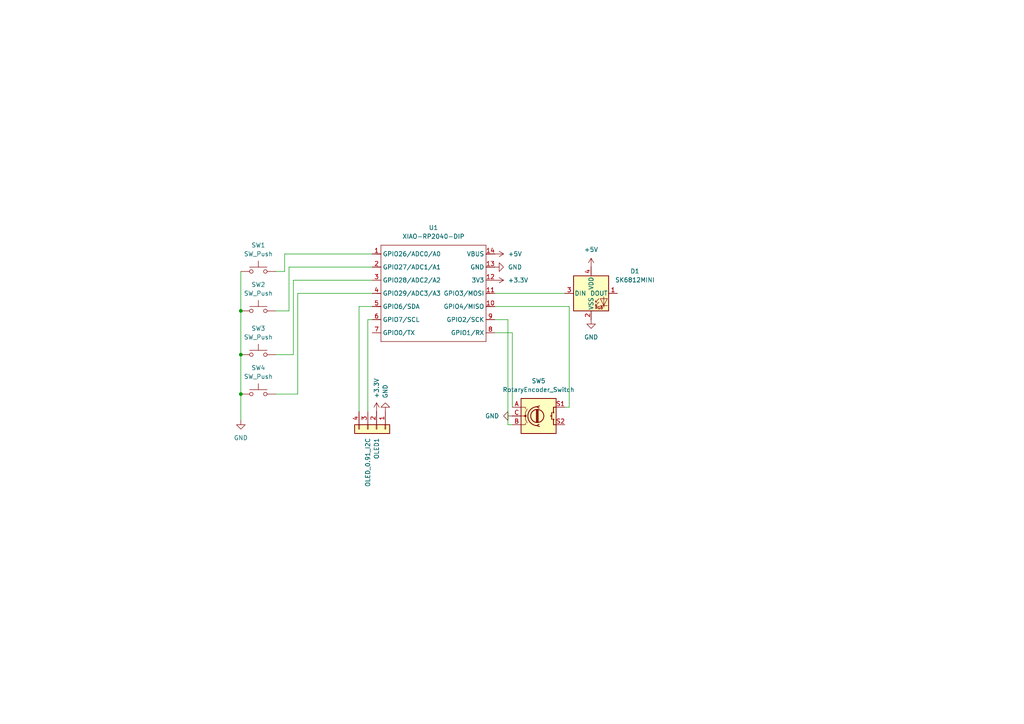
<source format=kicad_sch>
(kicad_sch
	(version 20250114)
	(generator "eeschema")
	(generator_version "9.0")
	(uuid "d63dc19d-7c6d-47cc-8af2-0a3b7af0ccbf")
	(paper "A4")
	(lib_symbols
		(symbol "Connector_Generic:Conn_01x04"
			(pin_names
				(offset 1.016)
				(hide yes)
			)
			(exclude_from_sim no)
			(in_bom yes)
			(on_board yes)
			(property "Reference" "OLED1"
				(at 2.54 0.0001 0)
				(effects
					(font
						(size 1.27 1.27)
					)
					(justify left)
				)
			)
			(property "Value" "OLED_0.91_I2C"
				(at 2.54 -2.5399 0)
				(effects
					(font
						(size 1.27 1.27)
					)
					(justify left)
				)
			)
			(property "Footprint" ""
				(at 0 0 0)
				(effects
					(font
						(size 1.27 1.27)
					)
					(hide yes)
				)
			)
			(property "Datasheet" "~"
				(at 0 0 0)
				(effects
					(font
						(size 1.27 1.27)
					)
					(hide yes)
				)
			)
			(property "Description" "Generic connector, single row, 01x04, script generated (kicad-library-utils/schlib/autogen/connector/)"
				(at 0 0 0)
				(effects
					(font
						(size 1.27 1.27)
					)
					(hide yes)
				)
			)
			(property "ki_keywords" "connector"
				(at 0 0 0)
				(effects
					(font
						(size 1.27 1.27)
					)
					(hide yes)
				)
			)
			(property "ki_fp_filters" "Connector*:*_1x??_*"
				(at 0 0 0)
				(effects
					(font
						(size 1.27 1.27)
					)
					(hide yes)
				)
			)
			(symbol "Conn_01x04_1_1"
				(rectangle
					(start -1.27 3.81)
					(end 1.27 -6.35)
					(stroke
						(width 0.254)
						(type default)
					)
					(fill
						(type background)
					)
				)
				(rectangle
					(start -1.27 2.667)
					(end 0 2.413)
					(stroke
						(width 0.1524)
						(type default)
					)
					(fill
						(type none)
					)
				)
				(rectangle
					(start -1.27 0.127)
					(end 0 -0.127)
					(stroke
						(width 0.1524)
						(type default)
					)
					(fill
						(type none)
					)
				)
				(rectangle
					(start -1.27 -2.413)
					(end 0 -2.667)
					(stroke
						(width 0.1524)
						(type default)
					)
					(fill
						(type none)
					)
				)
				(rectangle
					(start -1.27 -4.953)
					(end 0 -5.207)
					(stroke
						(width 0.1524)
						(type default)
					)
					(fill
						(type none)
					)
				)
				(pin passive line
					(at -5.08 2.54 0)
					(length 3.81)
					(name "GND"
						(effects
							(font
								(size 1.27 1.27)
							)
						)
					)
					(number "1"
						(effects
							(font
								(size 1.27 1.27)
							)
						)
					)
				)
				(pin passive line
					(at -5.08 0 0)
					(length 3.81)
					(name "VCC"
						(effects
							(font
								(size 1.27 1.27)
							)
						)
					)
					(number "2"
						(effects
							(font
								(size 1.27 1.27)
							)
						)
					)
				)
				(pin passive line
					(at -5.08 -2.54 0)
					(length 3.81)
					(name "SCL"
						(effects
							(font
								(size 1.27 1.27)
							)
						)
					)
					(number "3"
						(effects
							(font
								(size 1.27 1.27)
							)
						)
					)
				)
				(pin passive line
					(at -5.08 -5.08 0)
					(length 3.81)
					(name "SDA"
						(effects
							(font
								(size 1.27 1.27)
							)
						)
					)
					(number "4"
						(effects
							(font
								(size 1.27 1.27)
							)
						)
					)
				)
			)
			(embedded_fonts no)
		)
		(symbol "Device:RotaryEncoder_Switch"
			(pin_names
				(offset 0.254)
				(hide yes)
			)
			(exclude_from_sim no)
			(in_bom yes)
			(on_board yes)
			(property "Reference" "SW"
				(at 0 6.604 0)
				(effects
					(font
						(size 1.27 1.27)
					)
				)
			)
			(property "Value" "RotaryEncoder_Switch"
				(at 0 -6.604 0)
				(effects
					(font
						(size 1.27 1.27)
					)
				)
			)
			(property "Footprint" ""
				(at -3.81 4.064 0)
				(effects
					(font
						(size 1.27 1.27)
					)
					(hide yes)
				)
			)
			(property "Datasheet" "~"
				(at 0 6.604 0)
				(effects
					(font
						(size 1.27 1.27)
					)
					(hide yes)
				)
			)
			(property "Description" "Rotary encoder, dual channel, incremental quadrate outputs, with switch"
				(at 0 0 0)
				(effects
					(font
						(size 1.27 1.27)
					)
					(hide yes)
				)
			)
			(property "ki_keywords" "rotary switch encoder switch push button"
				(at 0 0 0)
				(effects
					(font
						(size 1.27 1.27)
					)
					(hide yes)
				)
			)
			(property "ki_fp_filters" "RotaryEncoder*Switch*"
				(at 0 0 0)
				(effects
					(font
						(size 1.27 1.27)
					)
					(hide yes)
				)
			)
			(symbol "RotaryEncoder_Switch_0_1"
				(rectangle
					(start -5.08 5.08)
					(end 5.08 -5.08)
					(stroke
						(width 0.254)
						(type default)
					)
					(fill
						(type background)
					)
				)
				(polyline
					(pts
						(xy -5.08 2.54) (xy -3.81 2.54) (xy -3.81 2.032)
					)
					(stroke
						(width 0)
						(type default)
					)
					(fill
						(type none)
					)
				)
				(polyline
					(pts
						(xy -5.08 0) (xy -3.81 0) (xy -3.81 -1.016) (xy -3.302 -2.032)
					)
					(stroke
						(width 0)
						(type default)
					)
					(fill
						(type none)
					)
				)
				(polyline
					(pts
						(xy -5.08 -2.54) (xy -3.81 -2.54) (xy -3.81 -2.032)
					)
					(stroke
						(width 0)
						(type default)
					)
					(fill
						(type none)
					)
				)
				(polyline
					(pts
						(xy -4.318 0) (xy -3.81 0) (xy -3.81 1.016) (xy -3.302 2.032)
					)
					(stroke
						(width 0)
						(type default)
					)
					(fill
						(type none)
					)
				)
				(circle
					(center -3.81 0)
					(radius 0.254)
					(stroke
						(width 0)
						(type default)
					)
					(fill
						(type outline)
					)
				)
				(polyline
					(pts
						(xy -0.635 -1.778) (xy -0.635 1.778)
					)
					(stroke
						(width 0.254)
						(type default)
					)
					(fill
						(type none)
					)
				)
				(circle
					(center -0.381 0)
					(radius 1.905)
					(stroke
						(width 0.254)
						(type default)
					)
					(fill
						(type none)
					)
				)
				(polyline
					(pts
						(xy -0.381 -1.778) (xy -0.381 1.778)
					)
					(stroke
						(width 0.254)
						(type default)
					)
					(fill
						(type none)
					)
				)
				(arc
					(start -0.381 -2.794)
					(mid -3.0988 -0.0635)
					(end -0.381 2.667)
					(stroke
						(width 0.254)
						(type default)
					)
					(fill
						(type none)
					)
				)
				(polyline
					(pts
						(xy -0.127 1.778) (xy -0.127 -1.778)
					)
					(stroke
						(width 0.254)
						(type default)
					)
					(fill
						(type none)
					)
				)
				(polyline
					(pts
						(xy 0.254 2.921) (xy -0.508 2.667) (xy 0.127 2.286)
					)
					(stroke
						(width 0.254)
						(type default)
					)
					(fill
						(type none)
					)
				)
				(polyline
					(pts
						(xy 0.254 -3.048) (xy -0.508 -2.794) (xy 0.127 -2.413)
					)
					(stroke
						(width 0.254)
						(type default)
					)
					(fill
						(type none)
					)
				)
				(polyline
					(pts
						(xy 3.81 1.016) (xy 3.81 -1.016)
					)
					(stroke
						(width 0.254)
						(type default)
					)
					(fill
						(type none)
					)
				)
				(polyline
					(pts
						(xy 3.81 0) (xy 3.429 0)
					)
					(stroke
						(width 0.254)
						(type default)
					)
					(fill
						(type none)
					)
				)
				(circle
					(center 4.318 1.016)
					(radius 0.127)
					(stroke
						(width 0.254)
						(type default)
					)
					(fill
						(type none)
					)
				)
				(circle
					(center 4.318 -1.016)
					(radius 0.127)
					(stroke
						(width 0.254)
						(type default)
					)
					(fill
						(type none)
					)
				)
				(polyline
					(pts
						(xy 5.08 2.54) (xy 4.318 2.54) (xy 4.318 1.016)
					)
					(stroke
						(width 0.254)
						(type default)
					)
					(fill
						(type none)
					)
				)
				(polyline
					(pts
						(xy 5.08 -2.54) (xy 4.318 -2.54) (xy 4.318 -1.016)
					)
					(stroke
						(width 0.254)
						(type default)
					)
					(fill
						(type none)
					)
				)
			)
			(symbol "RotaryEncoder_Switch_1_1"
				(pin passive line
					(at -7.62 2.54 0)
					(length 2.54)
					(name "A"
						(effects
							(font
								(size 1.27 1.27)
							)
						)
					)
					(number "A"
						(effects
							(font
								(size 1.27 1.27)
							)
						)
					)
				)
				(pin passive line
					(at -7.62 0 0)
					(length 2.54)
					(name "C"
						(effects
							(font
								(size 1.27 1.27)
							)
						)
					)
					(number "C"
						(effects
							(font
								(size 1.27 1.27)
							)
						)
					)
				)
				(pin passive line
					(at -7.62 -2.54 0)
					(length 2.54)
					(name "B"
						(effects
							(font
								(size 1.27 1.27)
							)
						)
					)
					(number "B"
						(effects
							(font
								(size 1.27 1.27)
							)
						)
					)
				)
				(pin passive line
					(at 7.62 2.54 180)
					(length 2.54)
					(name "S1"
						(effects
							(font
								(size 1.27 1.27)
							)
						)
					)
					(number "S1"
						(effects
							(font
								(size 1.27 1.27)
							)
						)
					)
				)
				(pin passive line
					(at 7.62 -2.54 180)
					(length 2.54)
					(name "S2"
						(effects
							(font
								(size 1.27 1.27)
							)
						)
					)
					(number "S2"
						(effects
							(font
								(size 1.27 1.27)
							)
						)
					)
				)
			)
			(embedded_fonts no)
		)
		(symbol "LED:SK6812MINI"
			(pin_names
				(offset 0.254)
			)
			(exclude_from_sim no)
			(in_bom yes)
			(on_board yes)
			(property "Reference" "D"
				(at 5.08 5.715 0)
				(effects
					(font
						(size 1.27 1.27)
					)
					(justify right bottom)
				)
			)
			(property "Value" "SK6812MINI"
				(at 1.27 -5.715 0)
				(effects
					(font
						(size 1.27 1.27)
					)
					(justify left top)
				)
			)
			(property "Footprint" "LED_SMD:LED_SK6812MINI_PLCC4_3.5x3.5mm_P1.75mm"
				(at 1.27 -7.62 0)
				(effects
					(font
						(size 1.27 1.27)
					)
					(justify left top)
					(hide yes)
				)
			)
			(property "Datasheet" "https://cdn-shop.adafruit.com/product-files/2686/SK6812MINI_REV.01-1-2.pdf"
				(at 2.54 -9.525 0)
				(effects
					(font
						(size 1.27 1.27)
					)
					(justify left top)
					(hide yes)
				)
			)
			(property "Description" "RGB LED with integrated controller"
				(at 0 0 0)
				(effects
					(font
						(size 1.27 1.27)
					)
					(hide yes)
				)
			)
			(property "ki_keywords" "RGB LED NeoPixel Mini addressable"
				(at 0 0 0)
				(effects
					(font
						(size 1.27 1.27)
					)
					(hide yes)
				)
			)
			(property "ki_fp_filters" "LED*SK6812MINI*PLCC*3.5x3.5mm*P1.75mm*"
				(at 0 0 0)
				(effects
					(font
						(size 1.27 1.27)
					)
					(hide yes)
				)
			)
			(symbol "SK6812MINI_0_0"
				(text "RGB"
					(at 2.286 -4.191 0)
					(effects
						(font
							(size 0.762 0.762)
						)
					)
				)
			)
			(symbol "SK6812MINI_0_1"
				(polyline
					(pts
						(xy 1.27 -2.54) (xy 1.778 -2.54)
					)
					(stroke
						(width 0)
						(type default)
					)
					(fill
						(type none)
					)
				)
				(polyline
					(pts
						(xy 1.27 -3.556) (xy 1.778 -3.556)
					)
					(stroke
						(width 0)
						(type default)
					)
					(fill
						(type none)
					)
				)
				(polyline
					(pts
						(xy 2.286 -1.524) (xy 1.27 -2.54) (xy 1.27 -2.032)
					)
					(stroke
						(width 0)
						(type default)
					)
					(fill
						(type none)
					)
				)
				(polyline
					(pts
						(xy 2.286 -2.54) (xy 1.27 -3.556) (xy 1.27 -3.048)
					)
					(stroke
						(width 0)
						(type default)
					)
					(fill
						(type none)
					)
				)
				(polyline
					(pts
						(xy 3.683 -1.016) (xy 3.683 -3.556) (xy 3.683 -4.064)
					)
					(stroke
						(width 0)
						(type default)
					)
					(fill
						(type none)
					)
				)
				(polyline
					(pts
						(xy 4.699 -1.524) (xy 2.667 -1.524) (xy 3.683 -3.556) (xy 4.699 -1.524)
					)
					(stroke
						(width 0)
						(type default)
					)
					(fill
						(type none)
					)
				)
				(polyline
					(pts
						(xy 4.699 -3.556) (xy 2.667 -3.556)
					)
					(stroke
						(width 0)
						(type default)
					)
					(fill
						(type none)
					)
				)
				(rectangle
					(start 5.08 5.08)
					(end -5.08 -5.08)
					(stroke
						(width 0.254)
						(type default)
					)
					(fill
						(type background)
					)
				)
			)
			(symbol "SK6812MINI_1_1"
				(pin input line
					(at -7.62 0 0)
					(length 2.54)
					(name "DIN"
						(effects
							(font
								(size 1.27 1.27)
							)
						)
					)
					(number "3"
						(effects
							(font
								(size 1.27 1.27)
							)
						)
					)
				)
				(pin power_in line
					(at 0 7.62 270)
					(length 2.54)
					(name "VDD"
						(effects
							(font
								(size 1.27 1.27)
							)
						)
					)
					(number "4"
						(effects
							(font
								(size 1.27 1.27)
							)
						)
					)
				)
				(pin power_in line
					(at 0 -7.62 90)
					(length 2.54)
					(name "VSS"
						(effects
							(font
								(size 1.27 1.27)
							)
						)
					)
					(number "2"
						(effects
							(font
								(size 1.27 1.27)
							)
						)
					)
				)
				(pin output line
					(at 7.62 0 180)
					(length 2.54)
					(name "DOUT"
						(effects
							(font
								(size 1.27 1.27)
							)
						)
					)
					(number "1"
						(effects
							(font
								(size 1.27 1.27)
							)
						)
					)
				)
			)
			(embedded_fonts no)
		)
		(symbol "Seeed_Studio_XIAO_Series:XIAO-RP2040-DIP"
			(exclude_from_sim no)
			(in_bom yes)
			(on_board yes)
			(property "Reference" "U"
				(at 0 0 0)
				(effects
					(font
						(size 1.27 1.27)
					)
				)
			)
			(property "Value" "XIAO-RP2040-DIP"
				(at 5.334 -1.778 0)
				(effects
					(font
						(size 1.27 1.27)
					)
				)
			)
			(property "Footprint" "Module:MOUDLE14P-XIAO-DIP-SMD"
				(at 14.478 -32.258 0)
				(effects
					(font
						(size 1.27 1.27)
					)
					(hide yes)
				)
			)
			(property "Datasheet" ""
				(at 0 0 0)
				(effects
					(font
						(size 1.27 1.27)
					)
					(hide yes)
				)
			)
			(property "Description" ""
				(at 0 0 0)
				(effects
					(font
						(size 1.27 1.27)
					)
					(hide yes)
				)
			)
			(symbol "XIAO-RP2040-DIP_1_0"
				(polyline
					(pts
						(xy -1.27 -2.54) (xy 29.21 -2.54)
					)
					(stroke
						(width 0.1524)
						(type solid)
					)
					(fill
						(type none)
					)
				)
				(polyline
					(pts
						(xy -1.27 -5.08) (xy -2.54 -5.08)
					)
					(stroke
						(width 0.1524)
						(type solid)
					)
					(fill
						(type none)
					)
				)
				(polyline
					(pts
						(xy -1.27 -5.08) (xy -1.27 -2.54)
					)
					(stroke
						(width 0.1524)
						(type solid)
					)
					(fill
						(type none)
					)
				)
				(polyline
					(pts
						(xy -1.27 -8.89) (xy -2.54 -8.89)
					)
					(stroke
						(width 0.1524)
						(type solid)
					)
					(fill
						(type none)
					)
				)
				(polyline
					(pts
						(xy -1.27 -8.89) (xy -1.27 -5.08)
					)
					(stroke
						(width 0.1524)
						(type solid)
					)
					(fill
						(type none)
					)
				)
				(polyline
					(pts
						(xy -1.27 -12.7) (xy -2.54 -12.7)
					)
					(stroke
						(width 0.1524)
						(type solid)
					)
					(fill
						(type none)
					)
				)
				(polyline
					(pts
						(xy -1.27 -12.7) (xy -1.27 -8.89)
					)
					(stroke
						(width 0.1524)
						(type solid)
					)
					(fill
						(type none)
					)
				)
				(polyline
					(pts
						(xy -1.27 -16.51) (xy -2.54 -16.51)
					)
					(stroke
						(width 0.1524)
						(type solid)
					)
					(fill
						(type none)
					)
				)
				(polyline
					(pts
						(xy -1.27 -16.51) (xy -1.27 -12.7)
					)
					(stroke
						(width 0.1524)
						(type solid)
					)
					(fill
						(type none)
					)
				)
				(polyline
					(pts
						(xy -1.27 -20.32) (xy -2.54 -20.32)
					)
					(stroke
						(width 0.1524)
						(type solid)
					)
					(fill
						(type none)
					)
				)
				(polyline
					(pts
						(xy -1.27 -24.13) (xy -2.54 -24.13)
					)
					(stroke
						(width 0.1524)
						(type solid)
					)
					(fill
						(type none)
					)
				)
				(polyline
					(pts
						(xy -1.27 -27.94) (xy -2.54 -27.94)
					)
					(stroke
						(width 0.1524)
						(type solid)
					)
					(fill
						(type none)
					)
				)
				(polyline
					(pts
						(xy -1.27 -30.48) (xy -1.27 -16.51)
					)
					(stroke
						(width 0.1524)
						(type solid)
					)
					(fill
						(type none)
					)
				)
				(polyline
					(pts
						(xy 29.21 -2.54) (xy 29.21 -5.08)
					)
					(stroke
						(width 0.1524)
						(type solid)
					)
					(fill
						(type none)
					)
				)
				(polyline
					(pts
						(xy 29.21 -5.08) (xy 29.21 -8.89)
					)
					(stroke
						(width 0.1524)
						(type solid)
					)
					(fill
						(type none)
					)
				)
				(polyline
					(pts
						(xy 29.21 -8.89) (xy 29.21 -12.7)
					)
					(stroke
						(width 0.1524)
						(type solid)
					)
					(fill
						(type none)
					)
				)
				(polyline
					(pts
						(xy 29.21 -12.7) (xy 29.21 -30.48)
					)
					(stroke
						(width 0.1524)
						(type solid)
					)
					(fill
						(type none)
					)
				)
				(polyline
					(pts
						(xy 29.21 -30.48) (xy -1.27 -30.48)
					)
					(stroke
						(width 0.1524)
						(type solid)
					)
					(fill
						(type none)
					)
				)
				(polyline
					(pts
						(xy 30.48 -5.08) (xy 29.21 -5.08)
					)
					(stroke
						(width 0.1524)
						(type solid)
					)
					(fill
						(type none)
					)
				)
				(polyline
					(pts
						(xy 30.48 -8.89) (xy 29.21 -8.89)
					)
					(stroke
						(width 0.1524)
						(type solid)
					)
					(fill
						(type none)
					)
				)
				(polyline
					(pts
						(xy 30.48 -12.7) (xy 29.21 -12.7)
					)
					(stroke
						(width 0.1524)
						(type solid)
					)
					(fill
						(type none)
					)
				)
				(polyline
					(pts
						(xy 30.48 -16.51) (xy 29.21 -16.51)
					)
					(stroke
						(width 0.1524)
						(type solid)
					)
					(fill
						(type none)
					)
				)
				(polyline
					(pts
						(xy 30.48 -20.32) (xy 29.21 -20.32)
					)
					(stroke
						(width 0.1524)
						(type solid)
					)
					(fill
						(type none)
					)
				)
				(polyline
					(pts
						(xy 30.48 -24.13) (xy 29.21 -24.13)
					)
					(stroke
						(width 0.1524)
						(type solid)
					)
					(fill
						(type none)
					)
				)
				(polyline
					(pts
						(xy 30.48 -27.94) (xy 29.21 -27.94)
					)
					(stroke
						(width 0.1524)
						(type solid)
					)
					(fill
						(type none)
					)
				)
				(pin passive line
					(at -3.81 -5.08 0)
					(length 2.54)
					(name "GPIO26/ADC0/A0"
						(effects
							(font
								(size 1.27 1.27)
							)
						)
					)
					(number "1"
						(effects
							(font
								(size 1.27 1.27)
							)
						)
					)
				)
				(pin passive line
					(at -3.81 -8.89 0)
					(length 2.54)
					(name "GPIO27/ADC1/A1"
						(effects
							(font
								(size 1.27 1.27)
							)
						)
					)
					(number "2"
						(effects
							(font
								(size 1.27 1.27)
							)
						)
					)
				)
				(pin passive line
					(at -3.81 -12.7 0)
					(length 2.54)
					(name "GPIO28/ADC2/A2"
						(effects
							(font
								(size 1.27 1.27)
							)
						)
					)
					(number "3"
						(effects
							(font
								(size 1.27 1.27)
							)
						)
					)
				)
				(pin passive line
					(at -3.81 -16.51 0)
					(length 2.54)
					(name "GPIO29/ADC3/A3"
						(effects
							(font
								(size 1.27 1.27)
							)
						)
					)
					(number "4"
						(effects
							(font
								(size 1.27 1.27)
							)
						)
					)
				)
				(pin passive line
					(at -3.81 -20.32 0)
					(length 2.54)
					(name "GPIO6/SDA"
						(effects
							(font
								(size 1.27 1.27)
							)
						)
					)
					(number "5"
						(effects
							(font
								(size 1.27 1.27)
							)
						)
					)
				)
				(pin passive line
					(at -3.81 -24.13 0)
					(length 2.54)
					(name "GPIO7/SCL"
						(effects
							(font
								(size 1.27 1.27)
							)
						)
					)
					(number "6"
						(effects
							(font
								(size 1.27 1.27)
							)
						)
					)
				)
				(pin passive line
					(at -3.81 -27.94 0)
					(length 2.54)
					(name "GPIO0/TX"
						(effects
							(font
								(size 1.27 1.27)
							)
						)
					)
					(number "7"
						(effects
							(font
								(size 1.27 1.27)
							)
						)
					)
				)
				(pin passive line
					(at 31.75 -5.08 180)
					(length 2.54)
					(name "VBUS"
						(effects
							(font
								(size 1.27 1.27)
							)
						)
					)
					(number "14"
						(effects
							(font
								(size 1.27 1.27)
							)
						)
					)
				)
				(pin passive line
					(at 31.75 -8.89 180)
					(length 2.54)
					(name "GND"
						(effects
							(font
								(size 1.27 1.27)
							)
						)
					)
					(number "13"
						(effects
							(font
								(size 1.27 1.27)
							)
						)
					)
				)
				(pin passive line
					(at 31.75 -12.7 180)
					(length 2.54)
					(name "3V3"
						(effects
							(font
								(size 1.27 1.27)
							)
						)
					)
					(number "12"
						(effects
							(font
								(size 1.27 1.27)
							)
						)
					)
				)
				(pin passive line
					(at 31.75 -16.51 180)
					(length 2.54)
					(name "GPIO3/MOSI"
						(effects
							(font
								(size 1.27 1.27)
							)
						)
					)
					(number "11"
						(effects
							(font
								(size 1.27 1.27)
							)
						)
					)
				)
				(pin passive line
					(at 31.75 -20.32 180)
					(length 2.54)
					(name "GPIO4/MISO"
						(effects
							(font
								(size 1.27 1.27)
							)
						)
					)
					(number "10"
						(effects
							(font
								(size 1.27 1.27)
							)
						)
					)
				)
				(pin passive line
					(at 31.75 -24.13 180)
					(length 2.54)
					(name "GPIO2/SCK"
						(effects
							(font
								(size 1.27 1.27)
							)
						)
					)
					(number "9"
						(effects
							(font
								(size 1.27 1.27)
							)
						)
					)
				)
				(pin passive line
					(at 31.75 -27.94 180)
					(length 2.54)
					(name "GPIO1/RX"
						(effects
							(font
								(size 1.27 1.27)
							)
						)
					)
					(number "8"
						(effects
							(font
								(size 1.27 1.27)
							)
						)
					)
				)
			)
			(embedded_fonts no)
		)
		(symbol "Switch:SW_Push"
			(pin_numbers
				(hide yes)
			)
			(pin_names
				(offset 1.016)
				(hide yes)
			)
			(exclude_from_sim no)
			(in_bom yes)
			(on_board yes)
			(property "Reference" "SW"
				(at 1.27 2.54 0)
				(effects
					(font
						(size 1.27 1.27)
					)
					(justify left)
				)
			)
			(property "Value" "SW_Push"
				(at 0 -1.524 0)
				(effects
					(font
						(size 1.27 1.27)
					)
				)
			)
			(property "Footprint" ""
				(at 0 5.08 0)
				(effects
					(font
						(size 1.27 1.27)
					)
					(hide yes)
				)
			)
			(property "Datasheet" "~"
				(at 0 5.08 0)
				(effects
					(font
						(size 1.27 1.27)
					)
					(hide yes)
				)
			)
			(property "Description" "Push button switch, generic, two pins"
				(at 0 0 0)
				(effects
					(font
						(size 1.27 1.27)
					)
					(hide yes)
				)
			)
			(property "ki_keywords" "switch normally-open pushbutton push-button"
				(at 0 0 0)
				(effects
					(font
						(size 1.27 1.27)
					)
					(hide yes)
				)
			)
			(symbol "SW_Push_0_1"
				(circle
					(center -2.032 0)
					(radius 0.508)
					(stroke
						(width 0)
						(type default)
					)
					(fill
						(type none)
					)
				)
				(polyline
					(pts
						(xy 0 1.27) (xy 0 3.048)
					)
					(stroke
						(width 0)
						(type default)
					)
					(fill
						(type none)
					)
				)
				(circle
					(center 2.032 0)
					(radius 0.508)
					(stroke
						(width 0)
						(type default)
					)
					(fill
						(type none)
					)
				)
				(polyline
					(pts
						(xy 2.54 1.27) (xy -2.54 1.27)
					)
					(stroke
						(width 0)
						(type default)
					)
					(fill
						(type none)
					)
				)
				(pin passive line
					(at -5.08 0 0)
					(length 2.54)
					(name "1"
						(effects
							(font
								(size 1.27 1.27)
							)
						)
					)
					(number "1"
						(effects
							(font
								(size 1.27 1.27)
							)
						)
					)
				)
				(pin passive line
					(at 5.08 0 180)
					(length 2.54)
					(name "2"
						(effects
							(font
								(size 1.27 1.27)
							)
						)
					)
					(number "2"
						(effects
							(font
								(size 1.27 1.27)
							)
						)
					)
				)
			)
			(embedded_fonts no)
		)
		(symbol "power:+3.3V"
			(power)
			(pin_numbers
				(hide yes)
			)
			(pin_names
				(offset 0)
				(hide yes)
			)
			(exclude_from_sim no)
			(in_bom yes)
			(on_board yes)
			(property "Reference" "#PWR"
				(at 0 -3.81 0)
				(effects
					(font
						(size 1.27 1.27)
					)
					(hide yes)
				)
			)
			(property "Value" "+3.3V"
				(at 0 3.556 0)
				(effects
					(font
						(size 1.27 1.27)
					)
				)
			)
			(property "Footprint" ""
				(at 0 0 0)
				(effects
					(font
						(size 1.27 1.27)
					)
					(hide yes)
				)
			)
			(property "Datasheet" ""
				(at 0 0 0)
				(effects
					(font
						(size 1.27 1.27)
					)
					(hide yes)
				)
			)
			(property "Description" "Power symbol creates a global label with name \"+3.3V\""
				(at 0 0 0)
				(effects
					(font
						(size 1.27 1.27)
					)
					(hide yes)
				)
			)
			(property "ki_keywords" "global power"
				(at 0 0 0)
				(effects
					(font
						(size 1.27 1.27)
					)
					(hide yes)
				)
			)
			(symbol "+3.3V_0_1"
				(polyline
					(pts
						(xy -0.762 1.27) (xy 0 2.54)
					)
					(stroke
						(width 0)
						(type default)
					)
					(fill
						(type none)
					)
				)
				(polyline
					(pts
						(xy 0 2.54) (xy 0.762 1.27)
					)
					(stroke
						(width 0)
						(type default)
					)
					(fill
						(type none)
					)
				)
				(polyline
					(pts
						(xy 0 0) (xy 0 2.54)
					)
					(stroke
						(width 0)
						(type default)
					)
					(fill
						(type none)
					)
				)
			)
			(symbol "+3.3V_1_1"
				(pin power_in line
					(at 0 0 90)
					(length 0)
					(name "~"
						(effects
							(font
								(size 1.27 1.27)
							)
						)
					)
					(number "1"
						(effects
							(font
								(size 1.27 1.27)
							)
						)
					)
				)
			)
			(embedded_fonts no)
		)
		(symbol "power:+5V"
			(power)
			(pin_numbers
				(hide yes)
			)
			(pin_names
				(offset 0)
				(hide yes)
			)
			(exclude_from_sim no)
			(in_bom yes)
			(on_board yes)
			(property "Reference" "#PWR"
				(at 0 -3.81 0)
				(effects
					(font
						(size 1.27 1.27)
					)
					(hide yes)
				)
			)
			(property "Value" "+5V"
				(at 0 3.556 0)
				(effects
					(font
						(size 1.27 1.27)
					)
				)
			)
			(property "Footprint" ""
				(at 0 0 0)
				(effects
					(font
						(size 1.27 1.27)
					)
					(hide yes)
				)
			)
			(property "Datasheet" ""
				(at 0 0 0)
				(effects
					(font
						(size 1.27 1.27)
					)
					(hide yes)
				)
			)
			(property "Description" "Power symbol creates a global label with name \"+5V\""
				(at 0 0 0)
				(effects
					(font
						(size 1.27 1.27)
					)
					(hide yes)
				)
			)
			(property "ki_keywords" "global power"
				(at 0 0 0)
				(effects
					(font
						(size 1.27 1.27)
					)
					(hide yes)
				)
			)
			(symbol "+5V_0_1"
				(polyline
					(pts
						(xy -0.762 1.27) (xy 0 2.54)
					)
					(stroke
						(width 0)
						(type default)
					)
					(fill
						(type none)
					)
				)
				(polyline
					(pts
						(xy 0 2.54) (xy 0.762 1.27)
					)
					(stroke
						(width 0)
						(type default)
					)
					(fill
						(type none)
					)
				)
				(polyline
					(pts
						(xy 0 0) (xy 0 2.54)
					)
					(stroke
						(width 0)
						(type default)
					)
					(fill
						(type none)
					)
				)
			)
			(symbol "+5V_1_1"
				(pin power_in line
					(at 0 0 90)
					(length 0)
					(name "~"
						(effects
							(font
								(size 1.27 1.27)
							)
						)
					)
					(number "1"
						(effects
							(font
								(size 1.27 1.27)
							)
						)
					)
				)
			)
			(embedded_fonts no)
		)
		(symbol "power:GND"
			(power)
			(pin_numbers
				(hide yes)
			)
			(pin_names
				(offset 0)
				(hide yes)
			)
			(exclude_from_sim no)
			(in_bom yes)
			(on_board yes)
			(property "Reference" "#PWR"
				(at 0 -6.35 0)
				(effects
					(font
						(size 1.27 1.27)
					)
					(hide yes)
				)
			)
			(property "Value" "GND"
				(at 0 -3.81 0)
				(effects
					(font
						(size 1.27 1.27)
					)
				)
			)
			(property "Footprint" ""
				(at 0 0 0)
				(effects
					(font
						(size 1.27 1.27)
					)
					(hide yes)
				)
			)
			(property "Datasheet" ""
				(at 0 0 0)
				(effects
					(font
						(size 1.27 1.27)
					)
					(hide yes)
				)
			)
			(property "Description" "Power symbol creates a global label with name \"GND\" , ground"
				(at 0 0 0)
				(effects
					(font
						(size 1.27 1.27)
					)
					(hide yes)
				)
			)
			(property "ki_keywords" "global power"
				(at 0 0 0)
				(effects
					(font
						(size 1.27 1.27)
					)
					(hide yes)
				)
			)
			(symbol "GND_0_1"
				(polyline
					(pts
						(xy 0 0) (xy 0 -1.27) (xy 1.27 -1.27) (xy 0 -2.54) (xy -1.27 -1.27) (xy 0 -1.27)
					)
					(stroke
						(width 0)
						(type default)
					)
					(fill
						(type none)
					)
				)
			)
			(symbol "GND_1_1"
				(pin power_in line
					(at 0 0 270)
					(length 0)
					(name "~"
						(effects
							(font
								(size 1.27 1.27)
							)
						)
					)
					(number "1"
						(effects
							(font
								(size 1.27 1.27)
							)
						)
					)
				)
			)
			(embedded_fonts no)
		)
	)
	(junction
		(at 69.85 102.87)
		(diameter 0)
		(color 0 0 0 0)
		(uuid "2b063f72-94c0-4c9b-a764-c344e89c1edf")
	)
	(junction
		(at 69.85 114.3)
		(diameter 0)
		(color 0 0 0 0)
		(uuid "a17905b3-ab4a-4389-b3a7-bc27d11fad32")
	)
	(junction
		(at 69.85 90.17)
		(diameter 0)
		(color 0 0 0 0)
		(uuid "bf234d8c-630e-42fe-b6b0-74681a998fe3")
	)
	(wire
		(pts
			(xy 80.01 78.74) (xy 82.55 78.74)
		)
		(stroke
			(width 0)
			(type default)
		)
		(uuid "0e0289c1-596a-47a6-9b6a-d4dd08d18d53")
	)
	(wire
		(pts
			(xy 148.59 123.19) (xy 147.32 123.19)
		)
		(stroke
			(width 0)
			(type default)
		)
		(uuid "1e670a0c-5b6e-493f-b08b-085422ca2166")
	)
	(wire
		(pts
			(xy 147.32 123.19) (xy 147.32 92.71)
		)
		(stroke
			(width 0)
			(type default)
		)
		(uuid "2f3d3b73-b5cc-4f1b-9edd-ac060f1ebffe")
	)
	(wire
		(pts
			(xy 104.14 119.38) (xy 104.14 88.9)
		)
		(stroke
			(width 0)
			(type default)
		)
		(uuid "396b4054-78e7-4b8c-932e-9e42163b423a")
	)
	(wire
		(pts
			(xy 86.36 114.3) (xy 86.36 85.09)
		)
		(stroke
			(width 0)
			(type default)
		)
		(uuid "3c6f87b5-ccb4-4201-bcc6-aeee7ddfaf17")
	)
	(wire
		(pts
			(xy 82.55 73.66) (xy 107.95 73.66)
		)
		(stroke
			(width 0)
			(type default)
		)
		(uuid "43740faf-7329-4b19-bce1-bd6da42e3116")
	)
	(wire
		(pts
			(xy 148.59 96.52) (xy 143.51 96.52)
		)
		(stroke
			(width 0)
			(type default)
		)
		(uuid "5576cd55-b969-4fb3-9a4e-77731b9816bb")
	)
	(wire
		(pts
			(xy 147.32 92.71) (xy 143.51 92.71)
		)
		(stroke
			(width 0)
			(type default)
		)
		(uuid "599d23e7-0789-469d-8a8d-2ef4537442c6")
	)
	(wire
		(pts
			(xy 106.68 119.38) (xy 106.68 92.71)
		)
		(stroke
			(width 0)
			(type default)
		)
		(uuid "6a36ea0a-c6c3-4265-9005-46e5f43c03ee")
	)
	(wire
		(pts
			(xy 163.83 118.11) (xy 165.1 118.11)
		)
		(stroke
			(width 0)
			(type default)
		)
		(uuid "6fd50cc1-d5be-46ec-863e-29d5de6d2a90")
	)
	(wire
		(pts
			(xy 85.09 102.87) (xy 85.09 81.28)
		)
		(stroke
			(width 0)
			(type default)
		)
		(uuid "72da5493-e306-4d4c-add0-90d635df2134")
	)
	(wire
		(pts
			(xy 165.1 118.11) (xy 165.1 88.9)
		)
		(stroke
			(width 0)
			(type default)
		)
		(uuid "881da8aa-26d0-44f6-81b1-ba2bbc2e6b84")
	)
	(wire
		(pts
			(xy 165.1 88.9) (xy 143.51 88.9)
		)
		(stroke
			(width 0)
			(type default)
		)
		(uuid "88a3e76b-c2aa-47b5-ba08-790f29583538")
	)
	(wire
		(pts
			(xy 148.59 118.11) (xy 148.59 96.52)
		)
		(stroke
			(width 0)
			(type default)
		)
		(uuid "a13ef56a-6833-4abe-ae51-4cbbd45089a3")
	)
	(wire
		(pts
			(xy 82.55 78.74) (xy 82.55 73.66)
		)
		(stroke
			(width 0)
			(type default)
		)
		(uuid "a4677014-d0b3-4cc2-845a-45e411569fd3")
	)
	(wire
		(pts
			(xy 80.01 90.17) (xy 83.82 90.17)
		)
		(stroke
			(width 0)
			(type default)
		)
		(uuid "a5b6f7c1-72a8-47fe-a99d-c064a5d372ef")
	)
	(wire
		(pts
			(xy 106.68 92.71) (xy 107.95 92.71)
		)
		(stroke
			(width 0)
			(type default)
		)
		(uuid "ad88de9c-393c-40b3-acd9-3b574e1098c8")
	)
	(wire
		(pts
			(xy 80.01 114.3) (xy 86.36 114.3)
		)
		(stroke
			(width 0)
			(type default)
		)
		(uuid "b95a2b4c-bf24-4f6a-a08d-bea85ddf22fe")
	)
	(wire
		(pts
			(xy 69.85 90.17) (xy 69.85 102.87)
		)
		(stroke
			(width 0)
			(type default)
		)
		(uuid "bb2bcae8-7146-4d87-9199-02469b964220")
	)
	(wire
		(pts
			(xy 85.09 81.28) (xy 107.95 81.28)
		)
		(stroke
			(width 0)
			(type default)
		)
		(uuid "c4ea91c2-abac-4829-9f07-3fc8a2fc7793")
	)
	(wire
		(pts
			(xy 83.82 90.17) (xy 83.82 77.47)
		)
		(stroke
			(width 0)
			(type default)
		)
		(uuid "ca4e4276-3075-4e51-ba7d-6d1f773a8b8f")
	)
	(wire
		(pts
			(xy 83.82 77.47) (xy 107.95 77.47)
		)
		(stroke
			(width 0)
			(type default)
		)
		(uuid "d6f15730-3e62-49d9-add2-774a63dfd596")
	)
	(wire
		(pts
			(xy 143.51 85.09) (xy 163.83 85.09)
		)
		(stroke
			(width 0)
			(type default)
		)
		(uuid "da30f74f-d73d-4abb-9963-ec10b43c2489")
	)
	(wire
		(pts
			(xy 69.85 114.3) (xy 69.85 121.92)
		)
		(stroke
			(width 0)
			(type default)
		)
		(uuid "ddb6113d-c509-477a-ad1f-5c849167306e")
	)
	(wire
		(pts
			(xy 104.14 88.9) (xy 107.95 88.9)
		)
		(stroke
			(width 0)
			(type default)
		)
		(uuid "e791d373-2347-4a1f-8689-a67946c732aa")
	)
	(wire
		(pts
			(xy 69.85 102.87) (xy 69.85 114.3)
		)
		(stroke
			(width 0)
			(type default)
		)
		(uuid "e8eb1ba3-d5b1-4792-9648-5afa3db5ae0e")
	)
	(wire
		(pts
			(xy 80.01 102.87) (xy 85.09 102.87)
		)
		(stroke
			(width 0)
			(type default)
		)
		(uuid "f03f4fbd-7fce-4725-8e76-df142afe3491")
	)
	(wire
		(pts
			(xy 69.85 78.74) (xy 69.85 90.17)
		)
		(stroke
			(width 0)
			(type default)
		)
		(uuid "fc7955c2-081b-4cdb-b944-9caa12809746")
	)
	(wire
		(pts
			(xy 86.36 85.09) (xy 107.95 85.09)
		)
		(stroke
			(width 0)
			(type default)
		)
		(uuid "fdc0fc8b-92a5-4a17-b904-4e4674964248")
	)
	(symbol
		(lib_id "power:+5V")
		(at 143.51 73.66 270)
		(unit 1)
		(exclude_from_sim no)
		(in_bom yes)
		(on_board yes)
		(dnp no)
		(uuid "08eb8392-8e33-4c27-bba9-4c72e79a47b8")
		(property "Reference" "#PWR03"
			(at 139.7 73.66 0)
			(effects
				(font
					(size 1.27 1.27)
				)
				(hide yes)
			)
		)
		(property "Value" "+5V"
			(at 147.32 73.6599 90)
			(effects
				(font
					(size 1.27 1.27)
				)
				(justify left)
			)
		)
		(property "Footprint" ""
			(at 143.51 73.66 0)
			(effects
				(font
					(size 1.27 1.27)
				)
				(hide yes)
			)
		)
		(property "Datasheet" ""
			(at 143.51 73.66 0)
			(effects
				(font
					(size 1.27 1.27)
				)
				(hide yes)
			)
		)
		(property "Description" "Power symbol creates a global label with name \"+5V\""
			(at 143.51 73.66 0)
			(effects
				(font
					(size 1.27 1.27)
				)
				(hide yes)
			)
		)
		(pin "1"
			(uuid "39ad8064-4593-484f-8886-79c94aa10048")
		)
		(instances
			(project ""
				(path "/d63dc19d-7c6d-47cc-8af2-0a3b7af0ccbf"
					(reference "#PWR03")
					(unit 1)
				)
			)
		)
	)
	(symbol
		(lib_id "LED:SK6812MINI")
		(at 171.45 85.09 0)
		(unit 1)
		(exclude_from_sim no)
		(in_bom yes)
		(on_board yes)
		(dnp no)
		(fields_autoplaced yes)
		(uuid "241d97df-85b4-466c-b9e9-f77a93668d86")
		(property "Reference" "D1"
			(at 184.15 78.6698 0)
			(effects
				(font
					(size 1.27 1.27)
				)
			)
		)
		(property "Value" "SK6812MINI"
			(at 184.15 81.2098 0)
			(effects
				(font
					(size 1.27 1.27)
				)
			)
		)
		(property "Footprint" "LED_SMD:LED_SK6812MINI_PLCC4_3.5x3.5mm_P1.75mm"
			(at 172.72 92.71 0)
			(effects
				(font
					(size 1.27 1.27)
				)
				(justify left top)
				(hide yes)
			)
		)
		(property "Datasheet" "https://cdn-shop.adafruit.com/product-files/2686/SK6812MINI_REV.01-1-2.pdf"
			(at 173.99 94.615 0)
			(effects
				(font
					(size 1.27 1.27)
				)
				(justify left top)
				(hide yes)
			)
		)
		(property "Description" "RGB LED with integrated controller"
			(at 171.45 85.09 0)
			(effects
				(font
					(size 1.27 1.27)
				)
				(hide yes)
			)
		)
		(pin "3"
			(uuid "7428f763-54df-4295-a2bf-96d0e39b5a5b")
		)
		(pin "4"
			(uuid "a43b2621-6183-4020-b9fb-b24d9cfddabd")
		)
		(pin "1"
			(uuid "fd531270-82cf-4b0f-876f-945997ffc892")
		)
		(pin "2"
			(uuid "38357342-c2e7-4c6a-8051-6eb803a4e9c1")
		)
		(instances
			(project ""
				(path "/d63dc19d-7c6d-47cc-8af2-0a3b7af0ccbf"
					(reference "D1")
					(unit 1)
				)
			)
		)
	)
	(symbol
		(lib_id "power:GND")
		(at 143.51 77.47 90)
		(unit 1)
		(exclude_from_sim no)
		(in_bom yes)
		(on_board yes)
		(dnp no)
		(uuid "675b15f3-ef45-48e9-b6a8-2793d8f39130")
		(property "Reference" "#PWR02"
			(at 149.86 77.47 0)
			(effects
				(font
					(size 1.27 1.27)
				)
				(hide yes)
			)
		)
		(property "Value" "GND"
			(at 147.32 77.4699 90)
			(effects
				(font
					(size 1.27 1.27)
				)
				(justify right)
			)
		)
		(property "Footprint" ""
			(at 143.51 77.47 0)
			(effects
				(font
					(size 1.27 1.27)
				)
				(hide yes)
			)
		)
		(property "Datasheet" ""
			(at 143.51 77.47 0)
			(effects
				(font
					(size 1.27 1.27)
				)
				(hide yes)
			)
		)
		(property "Description" "Power symbol creates a global label with name \"GND\" , ground"
			(at 143.51 77.47 0)
			(effects
				(font
					(size 1.27 1.27)
				)
				(hide yes)
			)
		)
		(pin "1"
			(uuid "3ee218d7-4806-44f3-b344-50f630d1daa5")
		)
		(instances
			(project "hackpad"
				(path "/d63dc19d-7c6d-47cc-8af2-0a3b7af0ccbf"
					(reference "#PWR02")
					(unit 1)
				)
			)
		)
	)
	(symbol
		(lib_id "Connector_Generic:Conn_01x04")
		(at 109.22 124.46 270)
		(unit 1)
		(exclude_from_sim no)
		(in_bom yes)
		(on_board yes)
		(dnp no)
		(fields_autoplaced yes)
		(uuid "6ed73fa4-c56f-4e47-8328-501d21ce89d8")
		(property "Reference" "OLED1"
			(at 109.2201 127 0)
			(effects
				(font
					(size 1.27 1.27)
				)
				(justify left)
			)
		)
		(property "Value" "OLED_0.91_I2C"
			(at 106.6801 127 0)
			(effects
				(font
					(size 1.27 1.27)
				)
				(justify left)
			)
		)
		(property "Footprint" "Connector_PinHeader_2.54mm:PinHeader_1x04_P2.54mm_Vertical"
			(at 109.22 124.46 0)
			(effects
				(font
					(size 1.27 1.27)
				)
				(hide yes)
			)
		)
		(property "Datasheet" "~"
			(at 109.22 124.46 0)
			(effects
				(font
					(size 1.27 1.27)
				)
				(hide yes)
			)
		)
		(property "Description" "Generic connector, single row, 01x04, script generated (kicad-library-utils/schlib/autogen/connector/)"
			(at 109.22 124.46 0)
			(effects
				(font
					(size 1.27 1.27)
				)
				(hide yes)
			)
		)
		(pin "1"
			(uuid "70379344-3e17-4ab6-b504-0fe5b898422d")
		)
		(pin "4"
			(uuid "eedab249-8fa7-484e-a938-35e3b2949b12")
		)
		(pin "2"
			(uuid "1919750f-983e-4922-9a43-5080bbaee69e")
		)
		(pin "3"
			(uuid "16c2ea94-9e08-4503-a84c-74edbc5830f5")
		)
		(instances
			(project ""
				(path "/d63dc19d-7c6d-47cc-8af2-0a3b7af0ccbf"
					(reference "OLED1")
					(unit 1)
				)
			)
		)
	)
	(symbol
		(lib_id "power:GND")
		(at 111.76 119.38 180)
		(unit 1)
		(exclude_from_sim no)
		(in_bom yes)
		(on_board yes)
		(dnp no)
		(fields_autoplaced yes)
		(uuid "7aca93aa-89bc-40f3-b1ed-ea2e6f268adf")
		(property "Reference" "#PWR07"
			(at 111.76 113.03 0)
			(effects
				(font
					(size 1.27 1.27)
				)
				(hide yes)
			)
		)
		(property "Value" "GND"
			(at 111.7601 115.57 90)
			(effects
				(font
					(size 1.27 1.27)
				)
				(justify right)
			)
		)
		(property "Footprint" ""
			(at 111.76 119.38 0)
			(effects
				(font
					(size 1.27 1.27)
				)
				(hide yes)
			)
		)
		(property "Datasheet" ""
			(at 111.76 119.38 0)
			(effects
				(font
					(size 1.27 1.27)
				)
				(hide yes)
			)
		)
		(property "Description" "Power symbol creates a global label with name \"GND\" , ground"
			(at 111.76 119.38 0)
			(effects
				(font
					(size 1.27 1.27)
				)
				(hide yes)
			)
		)
		(pin "1"
			(uuid "a567e516-0a7c-4695-a524-825262e61fa1")
		)
		(instances
			(project ""
				(path "/d63dc19d-7c6d-47cc-8af2-0a3b7af0ccbf"
					(reference "#PWR07")
					(unit 1)
				)
			)
		)
	)
	(symbol
		(lib_id "Switch:SW_Push")
		(at 74.93 78.74 0)
		(unit 1)
		(exclude_from_sim no)
		(in_bom yes)
		(on_board yes)
		(dnp no)
		(fields_autoplaced yes)
		(uuid "89d4605c-85e6-4932-8f5a-bf012173dd90")
		(property "Reference" "SW1"
			(at 74.93 71.12 0)
			(effects
				(font
					(size 1.27 1.27)
				)
			)
		)
		(property "Value" "SW_Push"
			(at 74.93 73.66 0)
			(effects
				(font
					(size 1.27 1.27)
				)
			)
		)
		(property "Footprint" "Button_Switch_Keyboard:SW_Cherry_MX_1.00u_PCB"
			(at 74.93 73.66 0)
			(effects
				(font
					(size 1.27 1.27)
				)
				(hide yes)
			)
		)
		(property "Datasheet" "~"
			(at 74.93 73.66 0)
			(effects
				(font
					(size 1.27 1.27)
				)
				(hide yes)
			)
		)
		(property "Description" "Push button switch, generic, two pins"
			(at 74.93 78.74 0)
			(effects
				(font
					(size 1.27 1.27)
				)
				(hide yes)
			)
		)
		(pin "1"
			(uuid "99758640-e0c2-47c3-bcbb-81a7cb2cb80e")
		)
		(pin "2"
			(uuid "788ab486-737b-47b3-80e9-239847b4b4c7")
		)
		(instances
			(project ""
				(path "/d63dc19d-7c6d-47cc-8af2-0a3b7af0ccbf"
					(reference "SW1")
					(unit 1)
				)
			)
		)
	)
	(symbol
		(lib_id "Switch:SW_Push")
		(at 74.93 114.3 0)
		(unit 1)
		(exclude_from_sim no)
		(in_bom yes)
		(on_board yes)
		(dnp no)
		(fields_autoplaced yes)
		(uuid "92df160c-b5b1-4364-83c9-2c5059b8e3fe")
		(property "Reference" "SW4"
			(at 74.93 106.68 0)
			(effects
				(font
					(size 1.27 1.27)
				)
			)
		)
		(property "Value" "SW_Push"
			(at 74.93 109.22 0)
			(effects
				(font
					(size 1.27 1.27)
				)
			)
		)
		(property "Footprint" "Button_Switch_Keyboard:SW_Cherry_MX_1.00u_PCB"
			(at 74.93 109.22 0)
			(effects
				(font
					(size 1.27 1.27)
				)
				(hide yes)
			)
		)
		(property "Datasheet" "~"
			(at 74.93 109.22 0)
			(effects
				(font
					(size 1.27 1.27)
				)
				(hide yes)
			)
		)
		(property "Description" "Push button switch, generic, two pins"
			(at 74.93 114.3 0)
			(effects
				(font
					(size 1.27 1.27)
				)
				(hide yes)
			)
		)
		(pin "2"
			(uuid "167f9216-7f11-4000-9fde-4937bc42af9b")
		)
		(pin "1"
			(uuid "909b94c9-9e73-466e-a1ed-303c6d20d2eb")
		)
		(instances
			(project ""
				(path "/d63dc19d-7c6d-47cc-8af2-0a3b7af0ccbf"
					(reference "SW4")
					(unit 1)
				)
			)
		)
	)
	(symbol
		(lib_id "power:+3.3V")
		(at 143.51 81.28 270)
		(unit 1)
		(exclude_from_sim no)
		(in_bom yes)
		(on_board yes)
		(dnp no)
		(fields_autoplaced yes)
		(uuid "97633402-95f9-4432-8373-78d9e0204626")
		(property "Reference" "#PWR06"
			(at 139.7 81.28 0)
			(effects
				(font
					(size 1.27 1.27)
				)
				(hide yes)
			)
		)
		(property "Value" "+3.3V"
			(at 147.32 81.2799 90)
			(effects
				(font
					(size 1.27 1.27)
				)
				(justify left)
			)
		)
		(property "Footprint" ""
			(at 143.51 81.28 0)
			(effects
				(font
					(size 1.27 1.27)
				)
				(hide yes)
			)
		)
		(property "Datasheet" ""
			(at 143.51 81.28 0)
			(effects
				(font
					(size 1.27 1.27)
				)
				(hide yes)
			)
		)
		(property "Description" "Power symbol creates a global label with name \"+3.3V\""
			(at 143.51 81.28 0)
			(effects
				(font
					(size 1.27 1.27)
				)
				(hide yes)
			)
		)
		(pin "1"
			(uuid "3e49e633-0d2c-4b73-88de-c64625a201b7")
		)
		(instances
			(project ""
				(path "/d63dc19d-7c6d-47cc-8af2-0a3b7af0ccbf"
					(reference "#PWR06")
					(unit 1)
				)
			)
		)
	)
	(symbol
		(lib_id "power:GND")
		(at 69.85 121.92 0)
		(unit 1)
		(exclude_from_sim no)
		(in_bom yes)
		(on_board yes)
		(dnp no)
		(fields_autoplaced yes)
		(uuid "a0f4e3e6-3870-4d22-ba97-b398936521e5")
		(property "Reference" "#PWR01"
			(at 69.85 128.27 0)
			(effects
				(font
					(size 1.27 1.27)
				)
				(hide yes)
			)
		)
		(property "Value" "GND"
			(at 69.85 127 0)
			(effects
				(font
					(size 1.27 1.27)
				)
			)
		)
		(property "Footprint" ""
			(at 69.85 121.92 0)
			(effects
				(font
					(size 1.27 1.27)
				)
				(hide yes)
			)
		)
		(property "Datasheet" ""
			(at 69.85 121.92 0)
			(effects
				(font
					(size 1.27 1.27)
				)
				(hide yes)
			)
		)
		(property "Description" "Power symbol creates a global label with name \"GND\" , ground"
			(at 69.85 121.92 0)
			(effects
				(font
					(size 1.27 1.27)
				)
				(hide yes)
			)
		)
		(pin "1"
			(uuid "1e1fb10c-8d45-4f9e-953f-5ea0fc03338b")
		)
		(instances
			(project ""
				(path "/d63dc19d-7c6d-47cc-8af2-0a3b7af0ccbf"
					(reference "#PWR01")
					(unit 1)
				)
			)
		)
	)
	(symbol
		(lib_id "Switch:SW_Push")
		(at 74.93 102.87 0)
		(unit 1)
		(exclude_from_sim no)
		(in_bom yes)
		(on_board yes)
		(dnp no)
		(uuid "a527f05e-d2cd-4918-a98b-5ae28c11e35e")
		(property "Reference" "SW3"
			(at 74.93 95.25 0)
			(effects
				(font
					(size 1.27 1.27)
				)
			)
		)
		(property "Value" "SW_Push"
			(at 74.93 97.79 0)
			(effects
				(font
					(size 1.27 1.27)
				)
			)
		)
		(property "Footprint" "Button_Switch_Keyboard:SW_Cherry_MX_1.00u_PCB"
			(at 74.93 97.79 0)
			(effects
				(font
					(size 1.27 1.27)
				)
				(hide yes)
			)
		)
		(property "Datasheet" "~"
			(at 74.93 97.79 0)
			(effects
				(font
					(size 1.27 1.27)
				)
				(hide yes)
			)
		)
		(property "Description" "Push button switch, generic, two pins"
			(at 74.93 102.87 0)
			(effects
				(font
					(size 1.27 1.27)
				)
				(hide yes)
			)
		)
		(pin "1"
			(uuid "031966df-810e-4c77-86fd-a6c87ffa0fd0")
		)
		(pin "2"
			(uuid "2720f5e9-a10a-4b0d-9a49-52a89e1bd504")
		)
		(instances
			(project ""
				(path "/d63dc19d-7c6d-47cc-8af2-0a3b7af0ccbf"
					(reference "SW3")
					(unit 1)
				)
			)
		)
	)
	(symbol
		(lib_id "power:+5V")
		(at 171.45 77.47 0)
		(unit 1)
		(exclude_from_sim no)
		(in_bom yes)
		(on_board yes)
		(dnp no)
		(fields_autoplaced yes)
		(uuid "a9a00b9d-03a1-48ca-bf75-fdc1ac5dd1aa")
		(property "Reference" "#PWR04"
			(at 171.45 81.28 0)
			(effects
				(font
					(size 1.27 1.27)
				)
				(hide yes)
			)
		)
		(property "Value" "+5V"
			(at 171.45 72.39 0)
			(effects
				(font
					(size 1.27 1.27)
				)
			)
		)
		(property "Footprint" ""
			(at 171.45 77.47 0)
			(effects
				(font
					(size 1.27 1.27)
				)
				(hide yes)
			)
		)
		(property "Datasheet" ""
			(at 171.45 77.47 0)
			(effects
				(font
					(size 1.27 1.27)
				)
				(hide yes)
			)
		)
		(property "Description" "Power symbol creates a global label with name \"+5V\""
			(at 171.45 77.47 0)
			(effects
				(font
					(size 1.27 1.27)
				)
				(hide yes)
			)
		)
		(pin "1"
			(uuid "c5f467fd-ed6a-406d-9455-0761d893a2d6")
		)
		(instances
			(project ""
				(path "/d63dc19d-7c6d-47cc-8af2-0a3b7af0ccbf"
					(reference "#PWR04")
					(unit 1)
				)
			)
		)
	)
	(symbol
		(lib_id "power:+3.3V")
		(at 109.22 119.38 0)
		(unit 1)
		(exclude_from_sim no)
		(in_bom yes)
		(on_board yes)
		(dnp no)
		(fields_autoplaced yes)
		(uuid "ad36109f-3053-49a3-ba73-a88da8b9fef1")
		(property "Reference" "#PWR08"
			(at 109.22 123.19 0)
			(effects
				(font
					(size 1.27 1.27)
				)
				(hide yes)
			)
		)
		(property "Value" "+3.3V"
			(at 109.2201 115.57 90)
			(effects
				(font
					(size 1.27 1.27)
				)
				(justify left)
			)
		)
		(property "Footprint" ""
			(at 109.22 119.38 0)
			(effects
				(font
					(size 1.27 1.27)
				)
				(hide yes)
			)
		)
		(property "Datasheet" ""
			(at 109.22 119.38 0)
			(effects
				(font
					(size 1.27 1.27)
				)
				(hide yes)
			)
		)
		(property "Description" "Power symbol creates a global label with name \"+3.3V\""
			(at 109.22 119.38 0)
			(effects
				(font
					(size 1.27 1.27)
				)
				(hide yes)
			)
		)
		(pin "1"
			(uuid "65d97cef-7d03-4275-8178-afb8771fdd03")
		)
		(instances
			(project ""
				(path "/d63dc19d-7c6d-47cc-8af2-0a3b7af0ccbf"
					(reference "#PWR08")
					(unit 1)
				)
			)
		)
	)
	(symbol
		(lib_id "Switch:SW_Push")
		(at 74.93 90.17 0)
		(unit 1)
		(exclude_from_sim no)
		(in_bom yes)
		(on_board yes)
		(dnp no)
		(fields_autoplaced yes)
		(uuid "b506aa7c-7fd6-4828-8e79-80ca636dad60")
		(property "Reference" "SW2"
			(at 74.93 82.55 0)
			(effects
				(font
					(size 1.27 1.27)
				)
			)
		)
		(property "Value" "SW_Push"
			(at 74.93 85.09 0)
			(effects
				(font
					(size 1.27 1.27)
				)
			)
		)
		(property "Footprint" "Button_Switch_Keyboard:SW_Cherry_MX_1.00u_PCB"
			(at 74.93 85.09 0)
			(effects
				(font
					(size 1.27 1.27)
				)
				(hide yes)
			)
		)
		(property "Datasheet" "~"
			(at 74.93 85.09 0)
			(effects
				(font
					(size 1.27 1.27)
				)
				(hide yes)
			)
		)
		(property "Description" "Push button switch, generic, two pins"
			(at 74.93 90.17 0)
			(effects
				(font
					(size 1.27 1.27)
				)
				(hide yes)
			)
		)
		(pin "1"
			(uuid "e1982353-a8d5-4059-ba4c-2647c43eb852")
		)
		(pin "2"
			(uuid "f555dd6c-2fa1-42bd-a537-0fbb8f451af2")
		)
		(instances
			(project ""
				(path "/d63dc19d-7c6d-47cc-8af2-0a3b7af0ccbf"
					(reference "SW2")
					(unit 1)
				)
			)
		)
	)
	(symbol
		(lib_id "Device:RotaryEncoder_Switch")
		(at 156.21 120.65 0)
		(unit 1)
		(exclude_from_sim no)
		(in_bom yes)
		(on_board yes)
		(dnp no)
		(fields_autoplaced yes)
		(uuid "ceadf2b7-271c-41d6-9e85-57c02f4c5bb1")
		(property "Reference" "SW5"
			(at 156.21 110.49 0)
			(effects
				(font
					(size 1.27 1.27)
				)
			)
		)
		(property "Value" "RotaryEncoder_Switch"
			(at 156.21 113.03 0)
			(effects
				(font
					(size 1.27 1.27)
				)
			)
		)
		(property "Footprint" "Rotary_Encoder:RotaryEncoder_Alps_EC11E-Switch_Vertical_H20mm"
			(at 152.4 116.586 0)
			(effects
				(font
					(size 1.27 1.27)
				)
				(hide yes)
			)
		)
		(property "Datasheet" "~"
			(at 156.21 114.046 0)
			(effects
				(font
					(size 1.27 1.27)
				)
				(hide yes)
			)
		)
		(property "Description" "Rotary encoder, dual channel, incremental quadrate outputs, with switch"
			(at 156.21 120.65 0)
			(effects
				(font
					(size 1.27 1.27)
				)
				(hide yes)
			)
		)
		(pin "S1"
			(uuid "cb5038a2-9327-4e3b-bbb2-af9f87a8200c")
		)
		(pin "C"
			(uuid "52a5fb23-f266-4a9c-8c6d-c968658af205")
		)
		(pin "B"
			(uuid "4dfd1fa6-60cb-41a4-be3f-4433b8a24a14")
		)
		(pin "A"
			(uuid "47feb277-84f5-4f94-8623-26583144ddeb")
		)
		(pin "S2"
			(uuid "3f570463-11a0-4820-8cf0-7af5c8a3c6f4")
		)
		(instances
			(project ""
				(path "/d63dc19d-7c6d-47cc-8af2-0a3b7af0ccbf"
					(reference "SW5")
					(unit 1)
				)
			)
		)
	)
	(symbol
		(lib_id "power:GND")
		(at 148.59 120.65 270)
		(unit 1)
		(exclude_from_sim no)
		(in_bom yes)
		(on_board yes)
		(dnp no)
		(fields_autoplaced yes)
		(uuid "f2928935-8afd-459f-a0aa-5ee420893f94")
		(property "Reference" "#PWR09"
			(at 142.24 120.65 0)
			(effects
				(font
					(size 1.27 1.27)
				)
				(hide yes)
			)
		)
		(property "Value" "GND"
			(at 144.78 120.6499 90)
			(effects
				(font
					(size 1.27 1.27)
				)
				(justify right)
			)
		)
		(property "Footprint" ""
			(at 148.59 120.65 0)
			(effects
				(font
					(size 1.27 1.27)
				)
				(hide yes)
			)
		)
		(property "Datasheet" ""
			(at 148.59 120.65 0)
			(effects
				(font
					(size 1.27 1.27)
				)
				(hide yes)
			)
		)
		(property "Description" "Power symbol creates a global label with name \"GND\" , ground"
			(at 148.59 120.65 0)
			(effects
				(font
					(size 1.27 1.27)
				)
				(hide yes)
			)
		)
		(pin "1"
			(uuid "5681c286-e393-454d-af77-2301c84cf2b6")
		)
		(instances
			(project ""
				(path "/d63dc19d-7c6d-47cc-8af2-0a3b7af0ccbf"
					(reference "#PWR09")
					(unit 1)
				)
			)
		)
	)
	(symbol
		(lib_id "power:GND")
		(at 171.45 92.71 0)
		(unit 1)
		(exclude_from_sim no)
		(in_bom yes)
		(on_board yes)
		(dnp no)
		(fields_autoplaced yes)
		(uuid "fad826fd-17f1-4e8f-9452-0e36feeda9bb")
		(property "Reference" "#PWR05"
			(at 171.45 99.06 0)
			(effects
				(font
					(size 1.27 1.27)
				)
				(hide yes)
			)
		)
		(property "Value" "GND"
			(at 171.45 97.79 0)
			(effects
				(font
					(size 1.27 1.27)
				)
			)
		)
		(property "Footprint" ""
			(at 171.45 92.71 0)
			(effects
				(font
					(size 1.27 1.27)
				)
				(hide yes)
			)
		)
		(property "Datasheet" ""
			(at 171.45 92.71 0)
			(effects
				(font
					(size 1.27 1.27)
				)
				(hide yes)
			)
		)
		(property "Description" "Power symbol creates a global label with name \"GND\" , ground"
			(at 171.45 92.71 0)
			(effects
				(font
					(size 1.27 1.27)
				)
				(hide yes)
			)
		)
		(pin "1"
			(uuid "a19cefca-7a9a-4915-97c9-68ed598808cf")
		)
		(instances
			(project ""
				(path "/d63dc19d-7c6d-47cc-8af2-0a3b7af0ccbf"
					(reference "#PWR05")
					(unit 1)
				)
			)
		)
	)
	(symbol
		(lib_id "Seeed_Studio_XIAO_Series:XIAO-RP2040-DIP")
		(at 111.76 68.58 0)
		(unit 1)
		(exclude_from_sim no)
		(in_bom yes)
		(on_board yes)
		(dnp no)
		(fields_autoplaced yes)
		(uuid "ffce1cc1-921d-46ab-a710-5b6050d53f6c")
		(property "Reference" "U1"
			(at 125.73 66.04 0)
			(effects
				(font
					(size 1.27 1.27)
				)
			)
		)
		(property "Value" "XIAO-RP2040-DIP"
			(at 125.73 68.58 0)
			(effects
				(font
					(size 1.27 1.27)
				)
			)
		)
		(property "Footprint" "Seeed Studio XIAO Series Library:XIAO-RP2040-DIP"
			(at 126.238 100.838 0)
			(effects
				(font
					(size 1.27 1.27)
				)
				(hide yes)
			)
		)
		(property "Datasheet" ""
			(at 111.76 68.58 0)
			(effects
				(font
					(size 1.27 1.27)
				)
				(hide yes)
			)
		)
		(property "Description" ""
			(at 111.76 68.58 0)
			(effects
				(font
					(size 1.27 1.27)
				)
				(hide yes)
			)
		)
		(pin "3"
			(uuid "e4c4c1ee-f866-403c-8f06-7412751c868e")
		)
		(pin "5"
			(uuid "615f23c0-bbcb-4af0-a2a1-0cac4497e1d1")
		)
		(pin "9"
			(uuid "db8c3cd7-904a-45fd-b382-517b0e88965b")
		)
		(pin "8"
			(uuid "58fc5603-090c-4138-9014-c736492b1ea2")
		)
		(pin "1"
			(uuid "37b583b9-fdc0-4089-b3e4-4777b148ae34")
		)
		(pin "2"
			(uuid "5847b646-8bd0-4b6e-b0c6-128267863ce8")
		)
		(pin "4"
			(uuid "0ad8ca55-c15d-4397-9729-c0309f3ca2e0")
		)
		(pin "14"
			(uuid "11b7da6e-f974-463f-afcb-05fdd3fcb4ba")
		)
		(pin "13"
			(uuid "0839f1ca-cb6d-4289-916b-58589de8558f")
		)
		(pin "12"
			(uuid "be7501a8-8fe2-4bb0-bac4-b97ed320f730")
		)
		(pin "7"
			(uuid "94bca04b-9766-4c63-887d-f335a32251f4")
		)
		(pin "6"
			(uuid "4db88841-aca0-41f8-b90a-48724946d93b")
		)
		(pin "11"
			(uuid "7837d542-dad0-494b-8bfa-f5b0a97325e7")
		)
		(pin "10"
			(uuid "748e8599-ba37-449f-b431-1063e5d62003")
		)
		(instances
			(project ""
				(path "/d63dc19d-7c6d-47cc-8af2-0a3b7af0ccbf"
					(reference "U1")
					(unit 1)
				)
			)
		)
	)
	(sheet_instances
		(path "/"
			(page "1")
		)
	)
	(embedded_fonts no)
)

</source>
